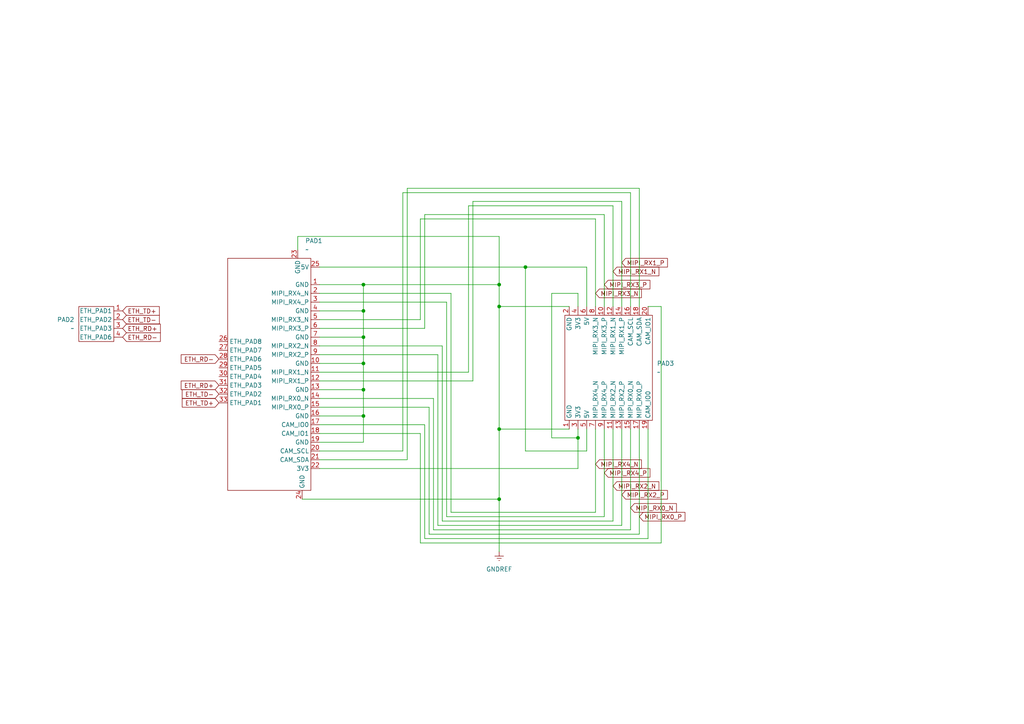
<source format=kicad_sch>
(kicad_sch (version 20250114) (generator "eeschema") (generator_version "9.0")
  (paper "A4")
  (title_block (title "Lichee-Jack EXT. board FPC") (date "2025-11-14") (rev "1.0") (company "KaliAssistant"))
  (lib_symbols
    (symbol "Lichee-Jack-EXT_BOARD_FPC:ETH_PAD"
      (property "Reference" "PAD" (at 0.508 8.128 0))
      (symbol "ETH_PAD_0_1"
        (rectangle (start -1.27 5.08) (end 8.89 -5.08))
      )
      (symbol "ETH_PAD_1_1"
        (pin passive line (at -3.81 3.81 0) (length 2.54) (name "ETH_PAD1") (number "1"))
        (pin passive line (at -3.81 1.27 0) (length 2.54) (name "ETH_PAD2") (number "2"))
        (pin passive line (at -3.81 -1.27 0) (length 2.54) (name "ETH_PAD3") (number "3"))
        (pin passive line (at -3.81 -3.81 0) (length 2.54) (name "ETH_PAD6") (number "4"))
      )
    )
    (symbol "Lichee-Jack-EXT_BOARD_FPC:HEADER_PAD"
      (property "Reference" "PAD" (at 0 28.448 0))
      (symbol "HEADER_PAD_0_1"
        (rectangle (start -12.7 15.24) (end 12.7 -15.24))
      )
      (symbol "HEADER_PAD_1_1"
        (pin passive line (at -11.43 17.78 270) (length 2.54) (name "GND") (number "2"))
        (pin passive line (at -11.43 -17.78 90) (length 2.54) (name "GND") (number "1"))
        (pin passive line (at -8.89 17.78 270) (length 2.54) (name "3V3") (number "4"))
        (pin passive line (at -8.89 -17.78 90) (length 2.54) (name "3V3") (number "3"))
        (pin passive line (at -6.35 17.78 270) (length 2.54) (name "5V") (number "6"))
        (pin passive line (at -6.35 -17.78 90) (length 2.54) (name "5V") (number "5"))
        (pin passive line (at -3.81 17.78 270) (length 2.54) (name "MIPI_RX3_N") (number "8"))
        (pin passive line (at -3.81 -17.78 90) (length 2.54) (name "MIPI_RX4_N") (number "7"))
        (pin passive line (at -1.27 17.78 270) (length 2.54) (name "MIPI_RX3_P") (number "10"))
        (pin passive line (at -1.27 -17.78 90) (length 2.54) (name "MIPI_RX4_P") (number "9"))
        (pin passive line (at 1.27 17.78 270) (length 2.54) (name "MIPI_RX1_N") (number "12"))
        (pin passive line (at 1.27 -17.78 90) (length 2.54) (name "MIPI_RX2_N") (number "11"))
        (pin passive line (at 3.81 17.78 270) (length 2.54) (name "MIPI_RX1_P") (number "14"))
        (pin passive line (at 3.81 -17.78 90) (length 2.54) (name "MIPI_RX2_P") (number "13"))
        (pin passive line (at 6.35 17.78 270) (length 2.54) (name "CAM_SCL") (number "16"))
        (pin passive line (at 6.35 -17.78 90) (length 2.54) (name "MIPI_RX0_N") (number "15"))
        (pin passive line (at 8.89 17.78 270) (length 2.54) (name "CAM_SDA") (number "18"))
        (pin passive line (at 8.89 -17.78 90) (length 2.54) (name "MIPI_RX0_P") (number "17"))
        (pin passive line (at 11.43 17.78 270) (length 2.54) (name "CAM_IO1") (number "20"))
        (pin passive line (at 11.43 -17.78 90) (length 2.54) (name "CAM_IO0") (number "19"))
      )
    )
    (symbol "Lichee-Jack-EXT_BOARD_FPC:_TO_STACK_BOARD_"
      (property "Reference" "PAD" (at 0 48.514 0))
      (symbol "_TO_STACK_BOARD__0_1"
        (rectangle (start -12.7 33.02) (end 11.43 -34.29))
      )
      (symbol "_TO_STACK_BOARD__1_1"
        (pin passive line (at -15.24 8.89 0) (length 2.54) (name "ETH_PAD8") (number "26"))
        (pin passive line (at -15.24 6.35 0) (length 2.54) (name "ETH_PAD7") (number "27"))
        (pin passive line (at -15.24 3.81 0) (length 2.54) (name "ETH_PAD6") (number "28"))
        (pin passive line (at -15.24 1.27 0) (length 2.54) (name "ETH_PAD5") (number "29"))
        (pin passive line (at -15.24 -1.27 0) (length 2.54) (name "ETH_PAD4") (number "30"))
        (pin passive line (at -15.24 -3.81 0) (length 2.54) (name "ETH_PAD3") (number "31"))
        (pin passive line (at -15.24 -6.35 0) (length 2.54) (name "ETH_PAD2") (number "32"))
        (pin passive line (at -15.24 -8.89 0) (length 2.54) (name "ETH_PAD1") (number "33"))
        (pin passive line (at 7.62 35.56 270) (length 2.54) (name "GND") (number "23"))
        (pin passive line (at 8.89 -36.83 90) (length 2.54) (name "GND") (number "24"))
        (pin passive line (at 13.97 30.48 180) (length 2.54) (name "5V") (number "25"))
        (pin passive line (at 13.97 25.4 180) (length 2.54) (name "GND") (number "1"))
        (pin passive line (at 13.97 22.86 180) (length 2.54) (name "MIPI_RX4_N") (number "2"))
        (pin passive line (at 13.97 20.32 180) (length 2.54) (name "MIPI_RX4_P") (number "3"))
        (pin passive line (at 13.97 17.78 180) (length 2.54) (name "GND") (number "4"))
        (pin passive line (at 13.97 15.24 180) (length 2.54) (name "MIPI_RX3_N") (number "5"))
        (pin passive line (at 13.97 12.7 180) (length 2.54) (name "MIPI_RX3_P") (number "6"))
        (pin passive line (at 13.97 10.16 180) (length 2.54) (name "GND") (number "7"))
        (pin passive line (at 13.97 7.62 180) (length 2.54) (name "MIPI_RX2_N") (number "8"))
        (pin passive line (at 13.97 5.08 180) (length 2.54) (name "MIPI_RX2_P") (number "9"))
        (pin passive line (at 13.97 2.54 180) (length 2.54) (name "GND") (number "10"))
        (pin passive line (at 13.97 0 180) (length 2.54) (name "MIPI_RX1_N") (number "11"))
        (pin passive line (at 13.97 -2.54 180) (length 2.54) (name "MIPI_RX1_P") (number "12"))
        (pin passive line (at 13.97 -5.08 180) (length 2.54) (name "GND") (number "13"))
        (pin passive line (at 13.97 -7.62 180) (length 2.54) (name "MIPI_RX0_N") (number "14"))
        (pin passive line (at 13.97 -10.16 180) (length 2.54) (name "MIPI_RX0_P") (number "15"))
        (pin passive line (at 13.97 -12.7 180) (length 2.54) (name "GND") (number "16"))
        (pin passive line (at 13.97 -15.24 180) (length 2.54) (name "CAM_IO0") (number "17"))
        (pin passive line (at 13.97 -17.78 180) (length 2.54) (name "CAM_IO1") (number "18"))
        (pin passive line (at 13.97 -20.32 180) (length 2.54) (name "GND") (number "19"))
        (pin passive line (at 13.97 -22.86 180) (length 2.54) (name "CAM_SCL") (number "20"))
        (pin passive line (at 13.97 -25.4 180) (length 2.54) (name "CAM_SDA") (number "21"))
        (pin passive line (at 13.97 -27.94 180) (length 2.54) (name "3V3") (number "22"))
      )
    )
    (symbol "power:GNDREF" (power) (pin_numbers (hide yes)) (pin_names (offset 0) (hide yes))
      (property "Value" "GNDREF" (at 0 -3.81 0))
      (symbol "GNDREF_0_1"
        (polyline (pts (xy -0.635 -1.905) (xy 0.635 -1.905)))
        (polyline (pts (xy -0.127 -2.54) (xy 0.127 -2.54)))
        (polyline (pts (xy 0 -1.27) (xy 0 0)))
        (polyline (pts (xy 1.27 -1.27) (xy -1.27 -1.27)))
      )
      (symbol "GNDREF_1_1"
        (pin power_in line (at 0 0 270) (length 0) (name "~") (number "1"))
      )
    )
  )
  (junction (at 144.78 88.9))
  (junction (at 152.4 77.47))
  (junction (at 144.78 124.46))
  (junction (at 105.41 113.03))
  (junction (at 105.41 90.17))
  (junction (at 105.41 97.79))
  (junction (at 144.78 144.78))
  (junction (at 144.78 82.55))
  (junction (at 105.41 82.55))
  (junction (at 167.64 127))
  (junction (at 105.41 120.65))
  (junction (at 105.41 105.41))
  (wire (pts (xy 92.71 125.73) (xy 121.92 125.73)))
  (wire (pts (xy 121.92 157.48) (xy 191.77 157.48)))
  (wire (pts (xy 92.71 105.41) (xy 105.41 105.41)))
  (wire (pts (xy 118.11 133.35) (xy 118.11 54.61)))
  (wire (pts (xy 144.78 68.58) (xy 144.78 82.55)))
  (wire (pts (xy 135.89 107.95) (xy 135.89 59.69)))
  (wire (pts (xy 118.11 54.61) (xy 185.42 54.61)))
  (wire (pts (xy 180.34 152.4) (xy 180.34 124.46)))
  (wire (pts (xy 116.84 55.88) (xy 182.88 55.88)))
  (wire (pts (xy 144.78 88.9) (xy 144.78 124.46)))
  (wire (pts (xy 172.72 63.5) (xy 172.72 88.9)))
  (wire (pts (xy 165.1 88.9) (xy 144.78 88.9)))
  (wire (pts (xy 177.8 151.13) (xy 177.8 124.46)))
  (wire (pts (xy 127 152.4) (xy 180.34 152.4)))
  (wire (pts (xy 86.36 68.58) (xy 144.78 68.58)))
  (wire (pts (xy 92.71 128.27) (xy 105.41 128.27)))
  (wire (pts (xy 105.41 97.79) (xy 105.41 90.17)))
  (wire (pts (xy 123.19 156.21) (xy 187.96 156.21)))
  (wire (pts (xy 165.1 124.46) (xy 144.78 124.46)))
  (wire (pts (xy 125.73 153.67) (xy 182.88 153.67)))
  (wire (pts (xy 92.71 82.55) (xy 105.41 82.55)))
  (wire (pts (xy 92.71 97.79) (xy 105.41 97.79)))
  (wire (pts (xy 167.64 124.46) (xy 167.64 127)))
  (wire (pts (xy 124.46 118.11) (xy 124.46 154.94)))
  (wire (pts (xy 92.71 95.25) (xy 123.19 95.25)))
  (wire (pts (xy 124.46 154.94) (xy 185.42 154.94)))
  (wire (pts (xy 87.63 144.78) (xy 144.78 144.78)))
  (wire (pts (xy 182.88 55.88) (xy 182.88 88.9)))
  (wire (pts (xy 167.64 88.9) (xy 167.64 85.09)))
  (wire (pts (xy 128.27 151.13) (xy 177.8 151.13)))
  (wire (pts (xy 130.81 85.09) (xy 130.81 148.59)))
  (wire (pts (xy 105.41 90.17) (xy 105.41 82.55)))
  (wire (pts (xy 137.16 110.49) (xy 137.16 58.42)))
  (wire (pts (xy 167.64 127) (xy 167.64 135.89)))
  (wire (pts (xy 121.92 63.5) (xy 172.72 63.5)))
  (wire (pts (xy 177.8 59.69) (xy 177.8 88.9)))
  (wire (pts (xy 92.71 133.35) (xy 118.11 133.35)))
  (wire (pts (xy 167.64 85.09) (xy 160.02 85.09)))
  (wire (pts (xy 187.96 156.21) (xy 187.96 124.46)))
  (wire (pts (xy 105.41 113.03) (xy 105.41 105.41)))
  (wire (pts (xy 125.73 115.57) (xy 125.73 153.67)))
  (wire (pts (xy 92.71 120.65) (xy 105.41 120.65)))
  (wire (pts (xy 152.4 130.81) (xy 152.4 77.47)))
  (wire (pts (xy 123.19 95.25) (xy 123.19 62.23)))
  (wire (pts (xy 92.71 123.19) (xy 123.19 123.19)))
  (wire (pts (xy 127 102.87) (xy 127 152.4)))
  (wire (pts (xy 123.19 62.23) (xy 175.26 62.23)))
  (wire (pts (xy 130.81 148.59) (xy 172.72 148.59)))
  (wire (pts (xy 92.71 85.09) (xy 130.81 85.09)))
  (wire (pts (xy 86.36 72.39) (xy 86.36 68.58)))
  (wire (pts (xy 105.41 105.41) (xy 105.41 97.79)))
  (wire (pts (xy 129.54 87.63) (xy 92.71 87.63)))
  (wire (pts (xy 144.78 124.46) (xy 144.78 144.78)))
  (wire (pts (xy 137.16 58.42) (xy 180.34 58.42)))
  (wire (pts (xy 92.71 100.33) (xy 128.27 100.33)))
  (wire (pts (xy 182.88 153.67) (xy 182.88 124.46)))
  (wire (pts (xy 170.18 130.81) (xy 152.4 130.81)))
  (wire (pts (xy 123.19 123.19) (xy 123.19 156.21)))
  (wire (pts (xy 170.18 77.47) (xy 170.18 88.9)))
  (wire (pts (xy 160.02 85.09) (xy 160.02 127)))
  (wire (pts (xy 144.78 144.78) (xy 144.78 160.02)))
  (wire (pts (xy 92.71 115.57) (xy 125.73 115.57)))
  (wire (pts (xy 135.89 59.69) (xy 177.8 59.69)))
  (wire (pts (xy 92.71 130.81) (xy 116.84 130.81)))
  (wire (pts (xy 92.71 92.71) (xy 121.92 92.71)))
  (wire (pts (xy 92.71 90.17) (xy 105.41 90.17)))
  (wire (pts (xy 105.41 120.65) (xy 105.41 113.03)))
  (wire (pts (xy 175.26 62.23) (xy 175.26 88.9)))
  (wire (pts (xy 116.84 130.81) (xy 116.84 55.88)))
  (wire (pts (xy 92.71 107.95) (xy 135.89 107.95)))
  (wire (pts (xy 185.42 154.94) (xy 185.42 124.46)))
  (wire (pts (xy 92.71 113.03) (xy 105.41 113.03)))
  (wire (pts (xy 121.92 125.73) (xy 121.92 157.48)))
  (wire (pts (xy 129.54 149.86) (xy 129.54 87.63)))
  (wire (pts (xy 170.18 124.46) (xy 170.18 130.81)))
  (wire (pts (xy 92.71 110.49) (xy 137.16 110.49)))
  (wire (pts (xy 172.72 124.46) (xy 172.72 148.59)))
  (wire (pts (xy 191.77 88.9) (xy 187.96 88.9)))
  (wire (pts (xy 105.41 128.27) (xy 105.41 120.65)))
  (wire (pts (xy 144.78 82.55) (xy 144.78 88.9)))
  (wire (pts (xy 175.26 149.86) (xy 129.54 149.86)))
  (wire (pts (xy 160.02 127) (xy 167.64 127)))
  (wire (pts (xy 167.64 135.89) (xy 92.71 135.89)))
  (wire (pts (xy 92.71 102.87) (xy 127 102.87)))
  (wire (pts (xy 92.71 77.47) (xy 152.4 77.47)))
  (wire (pts (xy 185.42 54.61) (xy 185.42 88.9)))
  (wire (pts (xy 105.41 82.55) (xy 144.78 82.55)))
  (wire (pts (xy 175.26 124.46) (xy 175.26 149.86)))
  (wire (pts (xy 121.92 92.71) (xy 121.92 63.5)))
  (wire (pts (xy 180.34 58.42) (xy 180.34 88.9)))
  (wire (pts (xy 191.77 157.48) (xy 191.77 88.9)))
  (wire (pts (xy 128.27 100.33) (xy 128.27 151.13)))
  (wire (pts (xy 152.4 77.47) (xy 170.18 77.47)))
  (wire (pts (xy 92.71 118.11) (xy 124.46 118.11)))
  (global_label "ETH_RD+" (shape input) (at 35.56 95.25 0) (property "Intersheetrefs" "${INTERSHEET_REFS}" (effects (hide yes))))
  (global_label "ETH_RD+" (shape input) (at 63.5 111.76 180) (property "Intersheetrefs" "${INTERSHEET_REFS}" (effects (hide yes))))
  (global_label "MIPI_RX2_P" (shape input) (at 180.34 143.51 0) (property "Intersheetrefs" "${INTERSHEET_REFS}" (effects (hide yes))))
  (global_label "ETH_RD-" (shape input) (at 63.5 104.14 180) (property "Intersheetrefs" "${INTERSHEET_REFS}" (effects (hide yes))))
  (global_label "MIPI_RX0_P" (shape input) (at 185.42 149.86 0) (property "Intersheetrefs" "${INTERSHEET_REFS}" (effects (hide yes))))
  (global_label "MIPI_RX1_P" (shape input) (at 180.34 76.2 0) (property "Intersheetrefs" "${INTERSHEET_REFS}" (effects (hide yes))))
  (global_label "ETH_TD-" (shape input) (at 35.56 92.71 0) (property "Intersheetrefs" "${INTERSHEET_REFS}" (effects (hide yes))))
  (global_label "MIPI_RX4_N" (shape input) (at 172.72 134.62 0) (property "Intersheetrefs" "${INTERSHEET_REFS}" (effects (hide yes))))
  (global_label "ETH_TD-" (shape input) (at 63.5 114.3 180) (property "Intersheetrefs" "${INTERSHEET_REFS}" (effects (hide yes))))
  (global_label "ETH_TD+" (shape input) (at 63.5 116.84 180) (property "Intersheetrefs" "${INTERSHEET_REFS}" (effects (hide yes))))
  (global_label "MIPI_RX2_N" (shape input) (at 177.8 140.97 0) (property "Intersheetrefs" "${INTERSHEET_REFS}" (effects (hide yes))))
  (global_label "ETH_TD+" (shape input) (at 35.56 90.17 0) (property "Intersheetrefs" "${INTERSHEET_REFS}" (effects (hide yes))))
  (global_label "MIPI_RX1_N" (shape input) (at 177.8 78.74 0) (property "Intersheetrefs" "${INTERSHEET_REFS}" (effects (hide yes))))
  (global_label "MIPI_RX3_P" (shape input) (at 175.26 82.55 0) (property "Intersheetrefs" "${INTERSHEET_REFS}" (effects (hide yes))))
  (global_label "MIPI_RX0_N" (shape input) (at 182.88 147.32 0) (property "Intersheetrefs" "${INTERSHEET_REFS}" (effects (hide yes))))
  (global_label "MIPI_RX4_P" (shape input) (at 175.26 137.16 0) (property "Intersheetrefs" "${INTERSHEET_REFS}" (effects (hide yes))))
  (global_label "MIPI_RX3_N" (shape input) (at 172.72 85.09 0) (property "Intersheetrefs" "${INTERSHEET_REFS}" (effects (hide yes))))
  (global_label "ETH_RD-" (shape input) (at 35.56 97.79 0) (property "Intersheetrefs" "${INTERSHEET_REFS}" (effects (hide yes))))
  (symbol (lib_id "Lichee-Jack-EXT_BOARD_FPC:_TO_STACK_BOARD_") (at 78.74 107.95 0) (unit 1)
    (property "Reference" "PAD1" (at 88.5033 69.85 0) (effects (justify left)))
    (property "Value" "~" (at 88.5033 72.39 0) (effects (justify left)))
    (property "Footprint" "Lichee-Jack-EXT-Board_FPC:_TO_STACK_BOARD_" (effects (hide yes)))
  )
  (symbol (lib_id "power:GNDREF") (at 144.78 160.02 0) (unit 1)
    (property "Reference" "#PWR01" (effects (hide yes)))
    (property "Value" "GNDREF" (at 144.78 165.1 0))
    (property "Description" "Power symbol creates a global label with name \"GNDREF\" , reference supply ground" (effects (hide yes)))
  )
  (symbol (lib_id "Lichee-Jack-EXT_BOARD_FPC:HEADER_PAD") (at 176.53 106.68 0) (unit 1)
    (property "Reference" "PAD3" (at 190.5 105.4099 0) (effects (justify left)))
    (property "Value" "~" (at 190.5 107.9499 0) (effects (justify left)))
    (property "Footprint" "Lichee-Jack-EXT-Board_FPC:HEADER_PAD" (effects (hide yes)))
  )
  (symbol (lib_id "Lichee-Jack-EXT_BOARD_FPC:ETH_PAD") (at 31.75 93.98 0) (mirror y) (unit 1)
    (property "Reference" "PAD2" (at 21.59 92.7099 0) (effects (justify left)))
    (property "Value" "~" (at 21.59 95.2499 0) (effects (justify left)))
    (property "Footprint" "Lichee-Jack-EXT-Board_FPC:ETH_PAD" (effects (hide yes)))
  )
)
</source>
